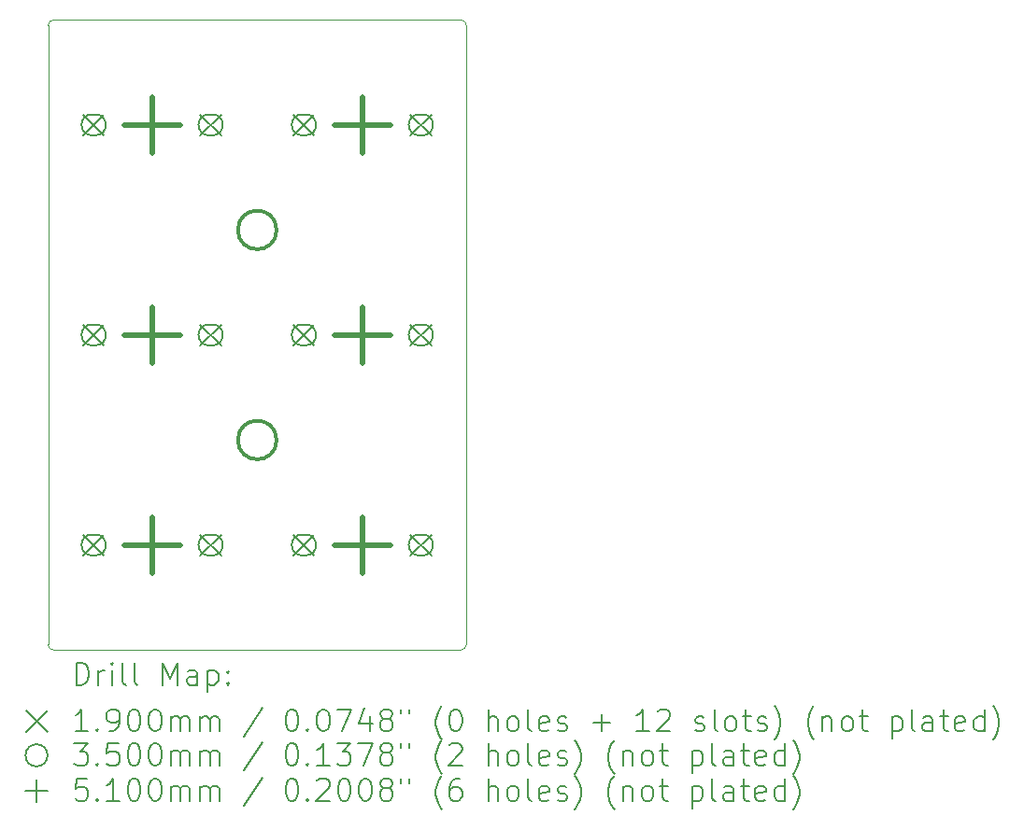
<source format=gbr>
%TF.GenerationSoftware,KiCad,Pcbnew,7.0.5*%
%TF.CreationDate,2023-08-14T09:43:19+08:00*%
%TF.ProjectId,RB,52422e6b-6963-4616-945f-706362585858,rev?*%
%TF.SameCoordinates,Original*%
%TF.FileFunction,Drillmap*%
%TF.FilePolarity,Positive*%
%FSLAX45Y45*%
G04 Gerber Fmt 4.5, Leading zero omitted, Abs format (unit mm)*
G04 Created by KiCad (PCBNEW 7.0.5) date 2023-08-14 09:43:19*
%MOMM*%
%LPD*%
G01*
G04 APERTURE LIST*
%ADD10C,0.100000*%
%ADD11C,0.200000*%
%ADD12C,0.190000*%
%ADD13C,0.350000*%
%ADD14C,0.510000*%
G04 APERTURE END LIST*
D10*
X15103500Y-10205500D02*
G75*
G03*
X15153500Y-10155500I0J50000D01*
G01*
X11413500Y-4490500D02*
G75*
G03*
X11363500Y-4540500I0J-50000D01*
G01*
X15153500Y-10155500D02*
X15153500Y-4540500D01*
X15103500Y-4490500D02*
X11413500Y-4490500D01*
X15153500Y-4540500D02*
G75*
G03*
X15103500Y-4490500I-50000J0D01*
G01*
X11363500Y-10155500D02*
G75*
G03*
X11413500Y-10205500I50000J0D01*
G01*
X15103500Y-10205500D02*
X11413500Y-10205500D01*
X11363500Y-4540500D02*
X11363500Y-10155500D01*
D11*
D12*
X11681000Y-5348000D02*
X11871000Y-5538000D01*
X11871000Y-5348000D02*
X11681000Y-5538000D01*
D11*
X11761000Y-5538000D02*
X11791000Y-5538000D01*
X11791000Y-5538000D02*
G75*
G03*
X11791000Y-5348000I0J95000D01*
G01*
X11791000Y-5348000D02*
X11761000Y-5348000D01*
X11761000Y-5348000D02*
G75*
G03*
X11761000Y-5538000I0J-95000D01*
G01*
D12*
X11681000Y-7253000D02*
X11871000Y-7443000D01*
X11871000Y-7253000D02*
X11681000Y-7443000D01*
D11*
X11761000Y-7443000D02*
X11791000Y-7443000D01*
X11791000Y-7443000D02*
G75*
G03*
X11791000Y-7253000I0J95000D01*
G01*
X11791000Y-7253000D02*
X11761000Y-7253000D01*
X11761000Y-7253000D02*
G75*
G03*
X11761000Y-7443000I0J-95000D01*
G01*
D12*
X11681000Y-9158000D02*
X11871000Y-9348000D01*
X11871000Y-9158000D02*
X11681000Y-9348000D01*
D11*
X11761000Y-9348000D02*
X11791000Y-9348000D01*
X11791000Y-9348000D02*
G75*
G03*
X11791000Y-9158000I0J95000D01*
G01*
X11791000Y-9158000D02*
X11761000Y-9158000D01*
X11761000Y-9158000D02*
G75*
G03*
X11761000Y-9348000I0J-95000D01*
G01*
D12*
X12741000Y-5348000D02*
X12931000Y-5538000D01*
X12931000Y-5348000D02*
X12741000Y-5538000D01*
D11*
X12821000Y-5538000D02*
X12851000Y-5538000D01*
X12851000Y-5538000D02*
G75*
G03*
X12851000Y-5348000I0J95000D01*
G01*
X12851000Y-5348000D02*
X12821000Y-5348000D01*
X12821000Y-5348000D02*
G75*
G03*
X12821000Y-5538000I0J-95000D01*
G01*
D12*
X12741000Y-7253000D02*
X12931000Y-7443000D01*
X12931000Y-7253000D02*
X12741000Y-7443000D01*
D11*
X12821000Y-7443000D02*
X12851000Y-7443000D01*
X12851000Y-7443000D02*
G75*
G03*
X12851000Y-7253000I0J95000D01*
G01*
X12851000Y-7253000D02*
X12821000Y-7253000D01*
X12821000Y-7253000D02*
G75*
G03*
X12821000Y-7443000I0J-95000D01*
G01*
D12*
X12741000Y-9158000D02*
X12931000Y-9348000D01*
X12931000Y-9158000D02*
X12741000Y-9348000D01*
D11*
X12821000Y-9348000D02*
X12851000Y-9348000D01*
X12851000Y-9348000D02*
G75*
G03*
X12851000Y-9158000I0J95000D01*
G01*
X12851000Y-9158000D02*
X12821000Y-9158000D01*
X12821000Y-9158000D02*
G75*
G03*
X12821000Y-9348000I0J-95000D01*
G01*
D12*
X13586000Y-5348000D02*
X13776000Y-5538000D01*
X13776000Y-5348000D02*
X13586000Y-5538000D01*
D11*
X13666000Y-5538000D02*
X13696000Y-5538000D01*
X13696000Y-5538000D02*
G75*
G03*
X13696000Y-5348000I0J95000D01*
G01*
X13696000Y-5348000D02*
X13666000Y-5348000D01*
X13666000Y-5348000D02*
G75*
G03*
X13666000Y-5538000I0J-95000D01*
G01*
D12*
X13586000Y-7253000D02*
X13776000Y-7443000D01*
X13776000Y-7253000D02*
X13586000Y-7443000D01*
D11*
X13666000Y-7443000D02*
X13696000Y-7443000D01*
X13696000Y-7443000D02*
G75*
G03*
X13696000Y-7253000I0J95000D01*
G01*
X13696000Y-7253000D02*
X13666000Y-7253000D01*
X13666000Y-7253000D02*
G75*
G03*
X13666000Y-7443000I0J-95000D01*
G01*
D12*
X13586000Y-9158000D02*
X13776000Y-9348000D01*
X13776000Y-9158000D02*
X13586000Y-9348000D01*
D11*
X13666000Y-9348000D02*
X13696000Y-9348000D01*
X13696000Y-9348000D02*
G75*
G03*
X13696000Y-9158000I0J95000D01*
G01*
X13696000Y-9158000D02*
X13666000Y-9158000D01*
X13666000Y-9158000D02*
G75*
G03*
X13666000Y-9348000I0J-95000D01*
G01*
D12*
X14646000Y-5348000D02*
X14836000Y-5538000D01*
X14836000Y-5348000D02*
X14646000Y-5538000D01*
D11*
X14726000Y-5538000D02*
X14756000Y-5538000D01*
X14756000Y-5538000D02*
G75*
G03*
X14756000Y-5348000I0J95000D01*
G01*
X14756000Y-5348000D02*
X14726000Y-5348000D01*
X14726000Y-5348000D02*
G75*
G03*
X14726000Y-5538000I0J-95000D01*
G01*
D12*
X14646000Y-7253000D02*
X14836000Y-7443000D01*
X14836000Y-7253000D02*
X14646000Y-7443000D01*
D11*
X14726000Y-7443000D02*
X14756000Y-7443000D01*
X14756000Y-7443000D02*
G75*
G03*
X14756000Y-7253000I0J95000D01*
G01*
X14756000Y-7253000D02*
X14726000Y-7253000D01*
X14726000Y-7253000D02*
G75*
G03*
X14726000Y-7443000I0J-95000D01*
G01*
D12*
X14646000Y-9158000D02*
X14836000Y-9348000D01*
X14836000Y-9158000D02*
X14646000Y-9348000D01*
D11*
X14726000Y-9348000D02*
X14756000Y-9348000D01*
X14756000Y-9348000D02*
G75*
G03*
X14756000Y-9158000I0J95000D01*
G01*
X14756000Y-9158000D02*
X14726000Y-9158000D01*
X14726000Y-9158000D02*
G75*
G03*
X14726000Y-9348000I0J-95000D01*
G01*
D13*
X13433500Y-6395500D02*
G75*
G03*
X13433500Y-6395500I-175000J0D01*
G01*
X13433500Y-8300500D02*
G75*
G03*
X13433500Y-8300500I-175000J0D01*
G01*
D14*
X12306000Y-5188000D02*
X12306000Y-5698000D01*
X12051000Y-5443000D02*
X12561000Y-5443000D01*
X12306000Y-7093000D02*
X12306000Y-7603000D01*
X12051000Y-7348000D02*
X12561000Y-7348000D01*
X12306000Y-8998000D02*
X12306000Y-9508000D01*
X12051000Y-9253000D02*
X12561000Y-9253000D01*
X14211000Y-5188000D02*
X14211000Y-5698000D01*
X13956000Y-5443000D02*
X14466000Y-5443000D01*
X14211000Y-7093000D02*
X14211000Y-7603000D01*
X13956000Y-7348000D02*
X14466000Y-7348000D01*
X14211000Y-8998000D02*
X14211000Y-9508000D01*
X13956000Y-9253000D02*
X14466000Y-9253000D01*
D11*
X11619277Y-10521984D02*
X11619277Y-10321984D01*
X11619277Y-10321984D02*
X11666896Y-10321984D01*
X11666896Y-10321984D02*
X11695467Y-10331508D01*
X11695467Y-10331508D02*
X11714515Y-10350555D01*
X11714515Y-10350555D02*
X11724039Y-10369603D01*
X11724039Y-10369603D02*
X11733562Y-10407698D01*
X11733562Y-10407698D02*
X11733562Y-10436270D01*
X11733562Y-10436270D02*
X11724039Y-10474365D01*
X11724039Y-10474365D02*
X11714515Y-10493412D01*
X11714515Y-10493412D02*
X11695467Y-10512460D01*
X11695467Y-10512460D02*
X11666896Y-10521984D01*
X11666896Y-10521984D02*
X11619277Y-10521984D01*
X11819277Y-10521984D02*
X11819277Y-10388650D01*
X11819277Y-10426746D02*
X11828801Y-10407698D01*
X11828801Y-10407698D02*
X11838324Y-10398174D01*
X11838324Y-10398174D02*
X11857372Y-10388650D01*
X11857372Y-10388650D02*
X11876420Y-10388650D01*
X11943086Y-10521984D02*
X11943086Y-10388650D01*
X11943086Y-10321984D02*
X11933562Y-10331508D01*
X11933562Y-10331508D02*
X11943086Y-10341031D01*
X11943086Y-10341031D02*
X11952610Y-10331508D01*
X11952610Y-10331508D02*
X11943086Y-10321984D01*
X11943086Y-10321984D02*
X11943086Y-10341031D01*
X12066896Y-10521984D02*
X12047848Y-10512460D01*
X12047848Y-10512460D02*
X12038324Y-10493412D01*
X12038324Y-10493412D02*
X12038324Y-10321984D01*
X12171658Y-10521984D02*
X12152610Y-10512460D01*
X12152610Y-10512460D02*
X12143086Y-10493412D01*
X12143086Y-10493412D02*
X12143086Y-10321984D01*
X12400229Y-10521984D02*
X12400229Y-10321984D01*
X12400229Y-10321984D02*
X12466896Y-10464841D01*
X12466896Y-10464841D02*
X12533562Y-10321984D01*
X12533562Y-10321984D02*
X12533562Y-10521984D01*
X12714515Y-10521984D02*
X12714515Y-10417222D01*
X12714515Y-10417222D02*
X12704991Y-10398174D01*
X12704991Y-10398174D02*
X12685943Y-10388650D01*
X12685943Y-10388650D02*
X12647848Y-10388650D01*
X12647848Y-10388650D02*
X12628801Y-10398174D01*
X12714515Y-10512460D02*
X12695467Y-10521984D01*
X12695467Y-10521984D02*
X12647848Y-10521984D01*
X12647848Y-10521984D02*
X12628801Y-10512460D01*
X12628801Y-10512460D02*
X12619277Y-10493412D01*
X12619277Y-10493412D02*
X12619277Y-10474365D01*
X12619277Y-10474365D02*
X12628801Y-10455317D01*
X12628801Y-10455317D02*
X12647848Y-10445793D01*
X12647848Y-10445793D02*
X12695467Y-10445793D01*
X12695467Y-10445793D02*
X12714515Y-10436270D01*
X12809753Y-10388650D02*
X12809753Y-10588650D01*
X12809753Y-10398174D02*
X12828801Y-10388650D01*
X12828801Y-10388650D02*
X12866896Y-10388650D01*
X12866896Y-10388650D02*
X12885943Y-10398174D01*
X12885943Y-10398174D02*
X12895467Y-10407698D01*
X12895467Y-10407698D02*
X12904991Y-10426746D01*
X12904991Y-10426746D02*
X12904991Y-10483889D01*
X12904991Y-10483889D02*
X12895467Y-10502936D01*
X12895467Y-10502936D02*
X12885943Y-10512460D01*
X12885943Y-10512460D02*
X12866896Y-10521984D01*
X12866896Y-10521984D02*
X12828801Y-10521984D01*
X12828801Y-10521984D02*
X12809753Y-10512460D01*
X12990705Y-10502936D02*
X13000229Y-10512460D01*
X13000229Y-10512460D02*
X12990705Y-10521984D01*
X12990705Y-10521984D02*
X12981182Y-10512460D01*
X12981182Y-10512460D02*
X12990705Y-10502936D01*
X12990705Y-10502936D02*
X12990705Y-10521984D01*
X12990705Y-10398174D02*
X13000229Y-10407698D01*
X13000229Y-10407698D02*
X12990705Y-10417222D01*
X12990705Y-10417222D02*
X12981182Y-10407698D01*
X12981182Y-10407698D02*
X12990705Y-10398174D01*
X12990705Y-10398174D02*
X12990705Y-10417222D01*
D12*
X11168500Y-10755500D02*
X11358500Y-10945500D01*
X11358500Y-10755500D02*
X11168500Y-10945500D01*
D11*
X11724039Y-10941984D02*
X11609753Y-10941984D01*
X11666896Y-10941984D02*
X11666896Y-10741984D01*
X11666896Y-10741984D02*
X11647848Y-10770555D01*
X11647848Y-10770555D02*
X11628801Y-10789603D01*
X11628801Y-10789603D02*
X11609753Y-10799127D01*
X11809753Y-10922936D02*
X11819277Y-10932460D01*
X11819277Y-10932460D02*
X11809753Y-10941984D01*
X11809753Y-10941984D02*
X11800229Y-10932460D01*
X11800229Y-10932460D02*
X11809753Y-10922936D01*
X11809753Y-10922936D02*
X11809753Y-10941984D01*
X11914515Y-10941984D02*
X11952610Y-10941984D01*
X11952610Y-10941984D02*
X11971658Y-10932460D01*
X11971658Y-10932460D02*
X11981182Y-10922936D01*
X11981182Y-10922936D02*
X12000229Y-10894365D01*
X12000229Y-10894365D02*
X12009753Y-10856270D01*
X12009753Y-10856270D02*
X12009753Y-10780079D01*
X12009753Y-10780079D02*
X12000229Y-10761031D01*
X12000229Y-10761031D02*
X11990705Y-10751508D01*
X11990705Y-10751508D02*
X11971658Y-10741984D01*
X11971658Y-10741984D02*
X11933562Y-10741984D01*
X11933562Y-10741984D02*
X11914515Y-10751508D01*
X11914515Y-10751508D02*
X11904991Y-10761031D01*
X11904991Y-10761031D02*
X11895467Y-10780079D01*
X11895467Y-10780079D02*
X11895467Y-10827698D01*
X11895467Y-10827698D02*
X11904991Y-10846746D01*
X11904991Y-10846746D02*
X11914515Y-10856270D01*
X11914515Y-10856270D02*
X11933562Y-10865793D01*
X11933562Y-10865793D02*
X11971658Y-10865793D01*
X11971658Y-10865793D02*
X11990705Y-10856270D01*
X11990705Y-10856270D02*
X12000229Y-10846746D01*
X12000229Y-10846746D02*
X12009753Y-10827698D01*
X12133562Y-10741984D02*
X12152610Y-10741984D01*
X12152610Y-10741984D02*
X12171658Y-10751508D01*
X12171658Y-10751508D02*
X12181182Y-10761031D01*
X12181182Y-10761031D02*
X12190705Y-10780079D01*
X12190705Y-10780079D02*
X12200229Y-10818174D01*
X12200229Y-10818174D02*
X12200229Y-10865793D01*
X12200229Y-10865793D02*
X12190705Y-10903889D01*
X12190705Y-10903889D02*
X12181182Y-10922936D01*
X12181182Y-10922936D02*
X12171658Y-10932460D01*
X12171658Y-10932460D02*
X12152610Y-10941984D01*
X12152610Y-10941984D02*
X12133562Y-10941984D01*
X12133562Y-10941984D02*
X12114515Y-10932460D01*
X12114515Y-10932460D02*
X12104991Y-10922936D01*
X12104991Y-10922936D02*
X12095467Y-10903889D01*
X12095467Y-10903889D02*
X12085943Y-10865793D01*
X12085943Y-10865793D02*
X12085943Y-10818174D01*
X12085943Y-10818174D02*
X12095467Y-10780079D01*
X12095467Y-10780079D02*
X12104991Y-10761031D01*
X12104991Y-10761031D02*
X12114515Y-10751508D01*
X12114515Y-10751508D02*
X12133562Y-10741984D01*
X12324039Y-10741984D02*
X12343086Y-10741984D01*
X12343086Y-10741984D02*
X12362134Y-10751508D01*
X12362134Y-10751508D02*
X12371658Y-10761031D01*
X12371658Y-10761031D02*
X12381182Y-10780079D01*
X12381182Y-10780079D02*
X12390705Y-10818174D01*
X12390705Y-10818174D02*
X12390705Y-10865793D01*
X12390705Y-10865793D02*
X12381182Y-10903889D01*
X12381182Y-10903889D02*
X12371658Y-10922936D01*
X12371658Y-10922936D02*
X12362134Y-10932460D01*
X12362134Y-10932460D02*
X12343086Y-10941984D01*
X12343086Y-10941984D02*
X12324039Y-10941984D01*
X12324039Y-10941984D02*
X12304991Y-10932460D01*
X12304991Y-10932460D02*
X12295467Y-10922936D01*
X12295467Y-10922936D02*
X12285943Y-10903889D01*
X12285943Y-10903889D02*
X12276420Y-10865793D01*
X12276420Y-10865793D02*
X12276420Y-10818174D01*
X12276420Y-10818174D02*
X12285943Y-10780079D01*
X12285943Y-10780079D02*
X12295467Y-10761031D01*
X12295467Y-10761031D02*
X12304991Y-10751508D01*
X12304991Y-10751508D02*
X12324039Y-10741984D01*
X12476420Y-10941984D02*
X12476420Y-10808650D01*
X12476420Y-10827698D02*
X12485943Y-10818174D01*
X12485943Y-10818174D02*
X12504991Y-10808650D01*
X12504991Y-10808650D02*
X12533563Y-10808650D01*
X12533563Y-10808650D02*
X12552610Y-10818174D01*
X12552610Y-10818174D02*
X12562134Y-10837222D01*
X12562134Y-10837222D02*
X12562134Y-10941984D01*
X12562134Y-10837222D02*
X12571658Y-10818174D01*
X12571658Y-10818174D02*
X12590705Y-10808650D01*
X12590705Y-10808650D02*
X12619277Y-10808650D01*
X12619277Y-10808650D02*
X12638324Y-10818174D01*
X12638324Y-10818174D02*
X12647848Y-10837222D01*
X12647848Y-10837222D02*
X12647848Y-10941984D01*
X12743086Y-10941984D02*
X12743086Y-10808650D01*
X12743086Y-10827698D02*
X12752610Y-10818174D01*
X12752610Y-10818174D02*
X12771658Y-10808650D01*
X12771658Y-10808650D02*
X12800229Y-10808650D01*
X12800229Y-10808650D02*
X12819277Y-10818174D01*
X12819277Y-10818174D02*
X12828801Y-10837222D01*
X12828801Y-10837222D02*
X12828801Y-10941984D01*
X12828801Y-10837222D02*
X12838324Y-10818174D01*
X12838324Y-10818174D02*
X12857372Y-10808650D01*
X12857372Y-10808650D02*
X12885943Y-10808650D01*
X12885943Y-10808650D02*
X12904991Y-10818174D01*
X12904991Y-10818174D02*
X12914515Y-10837222D01*
X12914515Y-10837222D02*
X12914515Y-10941984D01*
X13304991Y-10732460D02*
X13133563Y-10989603D01*
X13562134Y-10741984D02*
X13581182Y-10741984D01*
X13581182Y-10741984D02*
X13600229Y-10751508D01*
X13600229Y-10751508D02*
X13609753Y-10761031D01*
X13609753Y-10761031D02*
X13619277Y-10780079D01*
X13619277Y-10780079D02*
X13628801Y-10818174D01*
X13628801Y-10818174D02*
X13628801Y-10865793D01*
X13628801Y-10865793D02*
X13619277Y-10903889D01*
X13619277Y-10903889D02*
X13609753Y-10922936D01*
X13609753Y-10922936D02*
X13600229Y-10932460D01*
X13600229Y-10932460D02*
X13581182Y-10941984D01*
X13581182Y-10941984D02*
X13562134Y-10941984D01*
X13562134Y-10941984D02*
X13543086Y-10932460D01*
X13543086Y-10932460D02*
X13533563Y-10922936D01*
X13533563Y-10922936D02*
X13524039Y-10903889D01*
X13524039Y-10903889D02*
X13514515Y-10865793D01*
X13514515Y-10865793D02*
X13514515Y-10818174D01*
X13514515Y-10818174D02*
X13524039Y-10780079D01*
X13524039Y-10780079D02*
X13533563Y-10761031D01*
X13533563Y-10761031D02*
X13543086Y-10751508D01*
X13543086Y-10751508D02*
X13562134Y-10741984D01*
X13714515Y-10922936D02*
X13724039Y-10932460D01*
X13724039Y-10932460D02*
X13714515Y-10941984D01*
X13714515Y-10941984D02*
X13704991Y-10932460D01*
X13704991Y-10932460D02*
X13714515Y-10922936D01*
X13714515Y-10922936D02*
X13714515Y-10941984D01*
X13847848Y-10741984D02*
X13866896Y-10741984D01*
X13866896Y-10741984D02*
X13885944Y-10751508D01*
X13885944Y-10751508D02*
X13895467Y-10761031D01*
X13895467Y-10761031D02*
X13904991Y-10780079D01*
X13904991Y-10780079D02*
X13914515Y-10818174D01*
X13914515Y-10818174D02*
X13914515Y-10865793D01*
X13914515Y-10865793D02*
X13904991Y-10903889D01*
X13904991Y-10903889D02*
X13895467Y-10922936D01*
X13895467Y-10922936D02*
X13885944Y-10932460D01*
X13885944Y-10932460D02*
X13866896Y-10941984D01*
X13866896Y-10941984D02*
X13847848Y-10941984D01*
X13847848Y-10941984D02*
X13828801Y-10932460D01*
X13828801Y-10932460D02*
X13819277Y-10922936D01*
X13819277Y-10922936D02*
X13809753Y-10903889D01*
X13809753Y-10903889D02*
X13800229Y-10865793D01*
X13800229Y-10865793D02*
X13800229Y-10818174D01*
X13800229Y-10818174D02*
X13809753Y-10780079D01*
X13809753Y-10780079D02*
X13819277Y-10761031D01*
X13819277Y-10761031D02*
X13828801Y-10751508D01*
X13828801Y-10751508D02*
X13847848Y-10741984D01*
X13981182Y-10741984D02*
X14114515Y-10741984D01*
X14114515Y-10741984D02*
X14028801Y-10941984D01*
X14276420Y-10808650D02*
X14276420Y-10941984D01*
X14228801Y-10732460D02*
X14181182Y-10875317D01*
X14181182Y-10875317D02*
X14304991Y-10875317D01*
X14409753Y-10827698D02*
X14390706Y-10818174D01*
X14390706Y-10818174D02*
X14381182Y-10808650D01*
X14381182Y-10808650D02*
X14371658Y-10789603D01*
X14371658Y-10789603D02*
X14371658Y-10780079D01*
X14371658Y-10780079D02*
X14381182Y-10761031D01*
X14381182Y-10761031D02*
X14390706Y-10751508D01*
X14390706Y-10751508D02*
X14409753Y-10741984D01*
X14409753Y-10741984D02*
X14447848Y-10741984D01*
X14447848Y-10741984D02*
X14466896Y-10751508D01*
X14466896Y-10751508D02*
X14476420Y-10761031D01*
X14476420Y-10761031D02*
X14485944Y-10780079D01*
X14485944Y-10780079D02*
X14485944Y-10789603D01*
X14485944Y-10789603D02*
X14476420Y-10808650D01*
X14476420Y-10808650D02*
X14466896Y-10818174D01*
X14466896Y-10818174D02*
X14447848Y-10827698D01*
X14447848Y-10827698D02*
X14409753Y-10827698D01*
X14409753Y-10827698D02*
X14390706Y-10837222D01*
X14390706Y-10837222D02*
X14381182Y-10846746D01*
X14381182Y-10846746D02*
X14371658Y-10865793D01*
X14371658Y-10865793D02*
X14371658Y-10903889D01*
X14371658Y-10903889D02*
X14381182Y-10922936D01*
X14381182Y-10922936D02*
X14390706Y-10932460D01*
X14390706Y-10932460D02*
X14409753Y-10941984D01*
X14409753Y-10941984D02*
X14447848Y-10941984D01*
X14447848Y-10941984D02*
X14466896Y-10932460D01*
X14466896Y-10932460D02*
X14476420Y-10922936D01*
X14476420Y-10922936D02*
X14485944Y-10903889D01*
X14485944Y-10903889D02*
X14485944Y-10865793D01*
X14485944Y-10865793D02*
X14476420Y-10846746D01*
X14476420Y-10846746D02*
X14466896Y-10837222D01*
X14466896Y-10837222D02*
X14447848Y-10827698D01*
X14562134Y-10741984D02*
X14562134Y-10780079D01*
X14638325Y-10741984D02*
X14638325Y-10780079D01*
X14933563Y-11018174D02*
X14924039Y-11008650D01*
X14924039Y-11008650D02*
X14904991Y-10980079D01*
X14904991Y-10980079D02*
X14895468Y-10961031D01*
X14895468Y-10961031D02*
X14885944Y-10932460D01*
X14885944Y-10932460D02*
X14876420Y-10884841D01*
X14876420Y-10884841D02*
X14876420Y-10846746D01*
X14876420Y-10846746D02*
X14885944Y-10799127D01*
X14885944Y-10799127D02*
X14895468Y-10770555D01*
X14895468Y-10770555D02*
X14904991Y-10751508D01*
X14904991Y-10751508D02*
X14924039Y-10722936D01*
X14924039Y-10722936D02*
X14933563Y-10713412D01*
X15047848Y-10741984D02*
X15066896Y-10741984D01*
X15066896Y-10741984D02*
X15085944Y-10751508D01*
X15085944Y-10751508D02*
X15095468Y-10761031D01*
X15095468Y-10761031D02*
X15104991Y-10780079D01*
X15104991Y-10780079D02*
X15114515Y-10818174D01*
X15114515Y-10818174D02*
X15114515Y-10865793D01*
X15114515Y-10865793D02*
X15104991Y-10903889D01*
X15104991Y-10903889D02*
X15095468Y-10922936D01*
X15095468Y-10922936D02*
X15085944Y-10932460D01*
X15085944Y-10932460D02*
X15066896Y-10941984D01*
X15066896Y-10941984D02*
X15047848Y-10941984D01*
X15047848Y-10941984D02*
X15028801Y-10932460D01*
X15028801Y-10932460D02*
X15019277Y-10922936D01*
X15019277Y-10922936D02*
X15009753Y-10903889D01*
X15009753Y-10903889D02*
X15000229Y-10865793D01*
X15000229Y-10865793D02*
X15000229Y-10818174D01*
X15000229Y-10818174D02*
X15009753Y-10780079D01*
X15009753Y-10780079D02*
X15019277Y-10761031D01*
X15019277Y-10761031D02*
X15028801Y-10751508D01*
X15028801Y-10751508D02*
X15047848Y-10741984D01*
X15352610Y-10941984D02*
X15352610Y-10741984D01*
X15438325Y-10941984D02*
X15438325Y-10837222D01*
X15438325Y-10837222D02*
X15428801Y-10818174D01*
X15428801Y-10818174D02*
X15409753Y-10808650D01*
X15409753Y-10808650D02*
X15381182Y-10808650D01*
X15381182Y-10808650D02*
X15362134Y-10818174D01*
X15362134Y-10818174D02*
X15352610Y-10827698D01*
X15562134Y-10941984D02*
X15543087Y-10932460D01*
X15543087Y-10932460D02*
X15533563Y-10922936D01*
X15533563Y-10922936D02*
X15524039Y-10903889D01*
X15524039Y-10903889D02*
X15524039Y-10846746D01*
X15524039Y-10846746D02*
X15533563Y-10827698D01*
X15533563Y-10827698D02*
X15543087Y-10818174D01*
X15543087Y-10818174D02*
X15562134Y-10808650D01*
X15562134Y-10808650D02*
X15590706Y-10808650D01*
X15590706Y-10808650D02*
X15609753Y-10818174D01*
X15609753Y-10818174D02*
X15619277Y-10827698D01*
X15619277Y-10827698D02*
X15628801Y-10846746D01*
X15628801Y-10846746D02*
X15628801Y-10903889D01*
X15628801Y-10903889D02*
X15619277Y-10922936D01*
X15619277Y-10922936D02*
X15609753Y-10932460D01*
X15609753Y-10932460D02*
X15590706Y-10941984D01*
X15590706Y-10941984D02*
X15562134Y-10941984D01*
X15743087Y-10941984D02*
X15724039Y-10932460D01*
X15724039Y-10932460D02*
X15714515Y-10913412D01*
X15714515Y-10913412D02*
X15714515Y-10741984D01*
X15895468Y-10932460D02*
X15876420Y-10941984D01*
X15876420Y-10941984D02*
X15838325Y-10941984D01*
X15838325Y-10941984D02*
X15819277Y-10932460D01*
X15819277Y-10932460D02*
X15809753Y-10913412D01*
X15809753Y-10913412D02*
X15809753Y-10837222D01*
X15809753Y-10837222D02*
X15819277Y-10818174D01*
X15819277Y-10818174D02*
X15838325Y-10808650D01*
X15838325Y-10808650D02*
X15876420Y-10808650D01*
X15876420Y-10808650D02*
X15895468Y-10818174D01*
X15895468Y-10818174D02*
X15904991Y-10837222D01*
X15904991Y-10837222D02*
X15904991Y-10856270D01*
X15904991Y-10856270D02*
X15809753Y-10875317D01*
X15981182Y-10932460D02*
X16000230Y-10941984D01*
X16000230Y-10941984D02*
X16038325Y-10941984D01*
X16038325Y-10941984D02*
X16057372Y-10932460D01*
X16057372Y-10932460D02*
X16066896Y-10913412D01*
X16066896Y-10913412D02*
X16066896Y-10903889D01*
X16066896Y-10903889D02*
X16057372Y-10884841D01*
X16057372Y-10884841D02*
X16038325Y-10875317D01*
X16038325Y-10875317D02*
X16009753Y-10875317D01*
X16009753Y-10875317D02*
X15990706Y-10865793D01*
X15990706Y-10865793D02*
X15981182Y-10846746D01*
X15981182Y-10846746D02*
X15981182Y-10837222D01*
X15981182Y-10837222D02*
X15990706Y-10818174D01*
X15990706Y-10818174D02*
X16009753Y-10808650D01*
X16009753Y-10808650D02*
X16038325Y-10808650D01*
X16038325Y-10808650D02*
X16057372Y-10818174D01*
X16304992Y-10865793D02*
X16457373Y-10865793D01*
X16381182Y-10941984D02*
X16381182Y-10789603D01*
X16809754Y-10941984D02*
X16695468Y-10941984D01*
X16752611Y-10941984D02*
X16752611Y-10741984D01*
X16752611Y-10741984D02*
X16733563Y-10770555D01*
X16733563Y-10770555D02*
X16714515Y-10789603D01*
X16714515Y-10789603D02*
X16695468Y-10799127D01*
X16885944Y-10761031D02*
X16895468Y-10751508D01*
X16895468Y-10751508D02*
X16914515Y-10741984D01*
X16914515Y-10741984D02*
X16962135Y-10741984D01*
X16962135Y-10741984D02*
X16981182Y-10751508D01*
X16981182Y-10751508D02*
X16990706Y-10761031D01*
X16990706Y-10761031D02*
X17000230Y-10780079D01*
X17000230Y-10780079D02*
X17000230Y-10799127D01*
X17000230Y-10799127D02*
X16990706Y-10827698D01*
X16990706Y-10827698D02*
X16876420Y-10941984D01*
X16876420Y-10941984D02*
X17000230Y-10941984D01*
X17228801Y-10932460D02*
X17247849Y-10941984D01*
X17247849Y-10941984D02*
X17285944Y-10941984D01*
X17285944Y-10941984D02*
X17304992Y-10932460D01*
X17304992Y-10932460D02*
X17314516Y-10913412D01*
X17314516Y-10913412D02*
X17314516Y-10903889D01*
X17314516Y-10903889D02*
X17304992Y-10884841D01*
X17304992Y-10884841D02*
X17285944Y-10875317D01*
X17285944Y-10875317D02*
X17257373Y-10875317D01*
X17257373Y-10875317D02*
X17238325Y-10865793D01*
X17238325Y-10865793D02*
X17228801Y-10846746D01*
X17228801Y-10846746D02*
X17228801Y-10837222D01*
X17228801Y-10837222D02*
X17238325Y-10818174D01*
X17238325Y-10818174D02*
X17257373Y-10808650D01*
X17257373Y-10808650D02*
X17285944Y-10808650D01*
X17285944Y-10808650D02*
X17304992Y-10818174D01*
X17428801Y-10941984D02*
X17409754Y-10932460D01*
X17409754Y-10932460D02*
X17400230Y-10913412D01*
X17400230Y-10913412D02*
X17400230Y-10741984D01*
X17533563Y-10941984D02*
X17514516Y-10932460D01*
X17514516Y-10932460D02*
X17504992Y-10922936D01*
X17504992Y-10922936D02*
X17495468Y-10903889D01*
X17495468Y-10903889D02*
X17495468Y-10846746D01*
X17495468Y-10846746D02*
X17504992Y-10827698D01*
X17504992Y-10827698D02*
X17514516Y-10818174D01*
X17514516Y-10818174D02*
X17533563Y-10808650D01*
X17533563Y-10808650D02*
X17562135Y-10808650D01*
X17562135Y-10808650D02*
X17581182Y-10818174D01*
X17581182Y-10818174D02*
X17590706Y-10827698D01*
X17590706Y-10827698D02*
X17600230Y-10846746D01*
X17600230Y-10846746D02*
X17600230Y-10903889D01*
X17600230Y-10903889D02*
X17590706Y-10922936D01*
X17590706Y-10922936D02*
X17581182Y-10932460D01*
X17581182Y-10932460D02*
X17562135Y-10941984D01*
X17562135Y-10941984D02*
X17533563Y-10941984D01*
X17657373Y-10808650D02*
X17733563Y-10808650D01*
X17685944Y-10741984D02*
X17685944Y-10913412D01*
X17685944Y-10913412D02*
X17695468Y-10932460D01*
X17695468Y-10932460D02*
X17714516Y-10941984D01*
X17714516Y-10941984D02*
X17733563Y-10941984D01*
X17790706Y-10932460D02*
X17809754Y-10941984D01*
X17809754Y-10941984D02*
X17847849Y-10941984D01*
X17847849Y-10941984D02*
X17866897Y-10932460D01*
X17866897Y-10932460D02*
X17876420Y-10913412D01*
X17876420Y-10913412D02*
X17876420Y-10903889D01*
X17876420Y-10903889D02*
X17866897Y-10884841D01*
X17866897Y-10884841D02*
X17847849Y-10875317D01*
X17847849Y-10875317D02*
X17819277Y-10875317D01*
X17819277Y-10875317D02*
X17800230Y-10865793D01*
X17800230Y-10865793D02*
X17790706Y-10846746D01*
X17790706Y-10846746D02*
X17790706Y-10837222D01*
X17790706Y-10837222D02*
X17800230Y-10818174D01*
X17800230Y-10818174D02*
X17819277Y-10808650D01*
X17819277Y-10808650D02*
X17847849Y-10808650D01*
X17847849Y-10808650D02*
X17866897Y-10818174D01*
X17943087Y-11018174D02*
X17952611Y-11008650D01*
X17952611Y-11008650D02*
X17971658Y-10980079D01*
X17971658Y-10980079D02*
X17981182Y-10961031D01*
X17981182Y-10961031D02*
X17990706Y-10932460D01*
X17990706Y-10932460D02*
X18000230Y-10884841D01*
X18000230Y-10884841D02*
X18000230Y-10846746D01*
X18000230Y-10846746D02*
X17990706Y-10799127D01*
X17990706Y-10799127D02*
X17981182Y-10770555D01*
X17981182Y-10770555D02*
X17971658Y-10751508D01*
X17971658Y-10751508D02*
X17952611Y-10722936D01*
X17952611Y-10722936D02*
X17943087Y-10713412D01*
X18304992Y-11018174D02*
X18295468Y-11008650D01*
X18295468Y-11008650D02*
X18276420Y-10980079D01*
X18276420Y-10980079D02*
X18266897Y-10961031D01*
X18266897Y-10961031D02*
X18257373Y-10932460D01*
X18257373Y-10932460D02*
X18247849Y-10884841D01*
X18247849Y-10884841D02*
X18247849Y-10846746D01*
X18247849Y-10846746D02*
X18257373Y-10799127D01*
X18257373Y-10799127D02*
X18266897Y-10770555D01*
X18266897Y-10770555D02*
X18276420Y-10751508D01*
X18276420Y-10751508D02*
X18295468Y-10722936D01*
X18295468Y-10722936D02*
X18304992Y-10713412D01*
X18381182Y-10808650D02*
X18381182Y-10941984D01*
X18381182Y-10827698D02*
X18390706Y-10818174D01*
X18390706Y-10818174D02*
X18409754Y-10808650D01*
X18409754Y-10808650D02*
X18438325Y-10808650D01*
X18438325Y-10808650D02*
X18457373Y-10818174D01*
X18457373Y-10818174D02*
X18466897Y-10837222D01*
X18466897Y-10837222D02*
X18466897Y-10941984D01*
X18590706Y-10941984D02*
X18571658Y-10932460D01*
X18571658Y-10932460D02*
X18562135Y-10922936D01*
X18562135Y-10922936D02*
X18552611Y-10903889D01*
X18552611Y-10903889D02*
X18552611Y-10846746D01*
X18552611Y-10846746D02*
X18562135Y-10827698D01*
X18562135Y-10827698D02*
X18571658Y-10818174D01*
X18571658Y-10818174D02*
X18590706Y-10808650D01*
X18590706Y-10808650D02*
X18619278Y-10808650D01*
X18619278Y-10808650D02*
X18638325Y-10818174D01*
X18638325Y-10818174D02*
X18647849Y-10827698D01*
X18647849Y-10827698D02*
X18657373Y-10846746D01*
X18657373Y-10846746D02*
X18657373Y-10903889D01*
X18657373Y-10903889D02*
X18647849Y-10922936D01*
X18647849Y-10922936D02*
X18638325Y-10932460D01*
X18638325Y-10932460D02*
X18619278Y-10941984D01*
X18619278Y-10941984D02*
X18590706Y-10941984D01*
X18714516Y-10808650D02*
X18790706Y-10808650D01*
X18743087Y-10741984D02*
X18743087Y-10913412D01*
X18743087Y-10913412D02*
X18752611Y-10932460D01*
X18752611Y-10932460D02*
X18771658Y-10941984D01*
X18771658Y-10941984D02*
X18790706Y-10941984D01*
X19009754Y-10808650D02*
X19009754Y-11008650D01*
X19009754Y-10818174D02*
X19028801Y-10808650D01*
X19028801Y-10808650D02*
X19066897Y-10808650D01*
X19066897Y-10808650D02*
X19085944Y-10818174D01*
X19085944Y-10818174D02*
X19095468Y-10827698D01*
X19095468Y-10827698D02*
X19104992Y-10846746D01*
X19104992Y-10846746D02*
X19104992Y-10903889D01*
X19104992Y-10903889D02*
X19095468Y-10922936D01*
X19095468Y-10922936D02*
X19085944Y-10932460D01*
X19085944Y-10932460D02*
X19066897Y-10941984D01*
X19066897Y-10941984D02*
X19028801Y-10941984D01*
X19028801Y-10941984D02*
X19009754Y-10932460D01*
X19219278Y-10941984D02*
X19200230Y-10932460D01*
X19200230Y-10932460D02*
X19190706Y-10913412D01*
X19190706Y-10913412D02*
X19190706Y-10741984D01*
X19381182Y-10941984D02*
X19381182Y-10837222D01*
X19381182Y-10837222D02*
X19371659Y-10818174D01*
X19371659Y-10818174D02*
X19352611Y-10808650D01*
X19352611Y-10808650D02*
X19314516Y-10808650D01*
X19314516Y-10808650D02*
X19295468Y-10818174D01*
X19381182Y-10932460D02*
X19362135Y-10941984D01*
X19362135Y-10941984D02*
X19314516Y-10941984D01*
X19314516Y-10941984D02*
X19295468Y-10932460D01*
X19295468Y-10932460D02*
X19285944Y-10913412D01*
X19285944Y-10913412D02*
X19285944Y-10894365D01*
X19285944Y-10894365D02*
X19295468Y-10875317D01*
X19295468Y-10875317D02*
X19314516Y-10865793D01*
X19314516Y-10865793D02*
X19362135Y-10865793D01*
X19362135Y-10865793D02*
X19381182Y-10856270D01*
X19447849Y-10808650D02*
X19524039Y-10808650D01*
X19476420Y-10741984D02*
X19476420Y-10913412D01*
X19476420Y-10913412D02*
X19485944Y-10932460D01*
X19485944Y-10932460D02*
X19504992Y-10941984D01*
X19504992Y-10941984D02*
X19524039Y-10941984D01*
X19666897Y-10932460D02*
X19647849Y-10941984D01*
X19647849Y-10941984D02*
X19609754Y-10941984D01*
X19609754Y-10941984D02*
X19590706Y-10932460D01*
X19590706Y-10932460D02*
X19581182Y-10913412D01*
X19581182Y-10913412D02*
X19581182Y-10837222D01*
X19581182Y-10837222D02*
X19590706Y-10818174D01*
X19590706Y-10818174D02*
X19609754Y-10808650D01*
X19609754Y-10808650D02*
X19647849Y-10808650D01*
X19647849Y-10808650D02*
X19666897Y-10818174D01*
X19666897Y-10818174D02*
X19676420Y-10837222D01*
X19676420Y-10837222D02*
X19676420Y-10856270D01*
X19676420Y-10856270D02*
X19581182Y-10875317D01*
X19847849Y-10941984D02*
X19847849Y-10741984D01*
X19847849Y-10932460D02*
X19828801Y-10941984D01*
X19828801Y-10941984D02*
X19790706Y-10941984D01*
X19790706Y-10941984D02*
X19771659Y-10932460D01*
X19771659Y-10932460D02*
X19762135Y-10922936D01*
X19762135Y-10922936D02*
X19752611Y-10903889D01*
X19752611Y-10903889D02*
X19752611Y-10846746D01*
X19752611Y-10846746D02*
X19762135Y-10827698D01*
X19762135Y-10827698D02*
X19771659Y-10818174D01*
X19771659Y-10818174D02*
X19790706Y-10808650D01*
X19790706Y-10808650D02*
X19828801Y-10808650D01*
X19828801Y-10808650D02*
X19847849Y-10818174D01*
X19924040Y-11018174D02*
X19933563Y-11008650D01*
X19933563Y-11008650D02*
X19952611Y-10980079D01*
X19952611Y-10980079D02*
X19962135Y-10961031D01*
X19962135Y-10961031D02*
X19971659Y-10932460D01*
X19971659Y-10932460D02*
X19981182Y-10884841D01*
X19981182Y-10884841D02*
X19981182Y-10846746D01*
X19981182Y-10846746D02*
X19971659Y-10799127D01*
X19971659Y-10799127D02*
X19962135Y-10770555D01*
X19962135Y-10770555D02*
X19952611Y-10751508D01*
X19952611Y-10751508D02*
X19933563Y-10722936D01*
X19933563Y-10722936D02*
X19924040Y-10713412D01*
X11358500Y-11160500D02*
G75*
G03*
X11358500Y-11160500I-100000J0D01*
G01*
X11600229Y-11051984D02*
X11724039Y-11051984D01*
X11724039Y-11051984D02*
X11657372Y-11128174D01*
X11657372Y-11128174D02*
X11685943Y-11128174D01*
X11685943Y-11128174D02*
X11704991Y-11137698D01*
X11704991Y-11137698D02*
X11714515Y-11147222D01*
X11714515Y-11147222D02*
X11724039Y-11166270D01*
X11724039Y-11166270D02*
X11724039Y-11213888D01*
X11724039Y-11213888D02*
X11714515Y-11232936D01*
X11714515Y-11232936D02*
X11704991Y-11242460D01*
X11704991Y-11242460D02*
X11685943Y-11251984D01*
X11685943Y-11251984D02*
X11628801Y-11251984D01*
X11628801Y-11251984D02*
X11609753Y-11242460D01*
X11609753Y-11242460D02*
X11600229Y-11232936D01*
X11809753Y-11232936D02*
X11819277Y-11242460D01*
X11819277Y-11242460D02*
X11809753Y-11251984D01*
X11809753Y-11251984D02*
X11800229Y-11242460D01*
X11800229Y-11242460D02*
X11809753Y-11232936D01*
X11809753Y-11232936D02*
X11809753Y-11251984D01*
X12000229Y-11051984D02*
X11904991Y-11051984D01*
X11904991Y-11051984D02*
X11895467Y-11147222D01*
X11895467Y-11147222D02*
X11904991Y-11137698D01*
X11904991Y-11137698D02*
X11924039Y-11128174D01*
X11924039Y-11128174D02*
X11971658Y-11128174D01*
X11971658Y-11128174D02*
X11990705Y-11137698D01*
X11990705Y-11137698D02*
X12000229Y-11147222D01*
X12000229Y-11147222D02*
X12009753Y-11166270D01*
X12009753Y-11166270D02*
X12009753Y-11213888D01*
X12009753Y-11213888D02*
X12000229Y-11232936D01*
X12000229Y-11232936D02*
X11990705Y-11242460D01*
X11990705Y-11242460D02*
X11971658Y-11251984D01*
X11971658Y-11251984D02*
X11924039Y-11251984D01*
X11924039Y-11251984D02*
X11904991Y-11242460D01*
X11904991Y-11242460D02*
X11895467Y-11232936D01*
X12133562Y-11051984D02*
X12152610Y-11051984D01*
X12152610Y-11051984D02*
X12171658Y-11061508D01*
X12171658Y-11061508D02*
X12181182Y-11071031D01*
X12181182Y-11071031D02*
X12190705Y-11090079D01*
X12190705Y-11090079D02*
X12200229Y-11128174D01*
X12200229Y-11128174D02*
X12200229Y-11175793D01*
X12200229Y-11175793D02*
X12190705Y-11213888D01*
X12190705Y-11213888D02*
X12181182Y-11232936D01*
X12181182Y-11232936D02*
X12171658Y-11242460D01*
X12171658Y-11242460D02*
X12152610Y-11251984D01*
X12152610Y-11251984D02*
X12133562Y-11251984D01*
X12133562Y-11251984D02*
X12114515Y-11242460D01*
X12114515Y-11242460D02*
X12104991Y-11232936D01*
X12104991Y-11232936D02*
X12095467Y-11213888D01*
X12095467Y-11213888D02*
X12085943Y-11175793D01*
X12085943Y-11175793D02*
X12085943Y-11128174D01*
X12085943Y-11128174D02*
X12095467Y-11090079D01*
X12095467Y-11090079D02*
X12104991Y-11071031D01*
X12104991Y-11071031D02*
X12114515Y-11061508D01*
X12114515Y-11061508D02*
X12133562Y-11051984D01*
X12324039Y-11051984D02*
X12343086Y-11051984D01*
X12343086Y-11051984D02*
X12362134Y-11061508D01*
X12362134Y-11061508D02*
X12371658Y-11071031D01*
X12371658Y-11071031D02*
X12381182Y-11090079D01*
X12381182Y-11090079D02*
X12390705Y-11128174D01*
X12390705Y-11128174D02*
X12390705Y-11175793D01*
X12390705Y-11175793D02*
X12381182Y-11213888D01*
X12381182Y-11213888D02*
X12371658Y-11232936D01*
X12371658Y-11232936D02*
X12362134Y-11242460D01*
X12362134Y-11242460D02*
X12343086Y-11251984D01*
X12343086Y-11251984D02*
X12324039Y-11251984D01*
X12324039Y-11251984D02*
X12304991Y-11242460D01*
X12304991Y-11242460D02*
X12295467Y-11232936D01*
X12295467Y-11232936D02*
X12285943Y-11213888D01*
X12285943Y-11213888D02*
X12276420Y-11175793D01*
X12276420Y-11175793D02*
X12276420Y-11128174D01*
X12276420Y-11128174D02*
X12285943Y-11090079D01*
X12285943Y-11090079D02*
X12295467Y-11071031D01*
X12295467Y-11071031D02*
X12304991Y-11061508D01*
X12304991Y-11061508D02*
X12324039Y-11051984D01*
X12476420Y-11251984D02*
X12476420Y-11118650D01*
X12476420Y-11137698D02*
X12485943Y-11128174D01*
X12485943Y-11128174D02*
X12504991Y-11118650D01*
X12504991Y-11118650D02*
X12533563Y-11118650D01*
X12533563Y-11118650D02*
X12552610Y-11128174D01*
X12552610Y-11128174D02*
X12562134Y-11147222D01*
X12562134Y-11147222D02*
X12562134Y-11251984D01*
X12562134Y-11147222D02*
X12571658Y-11128174D01*
X12571658Y-11128174D02*
X12590705Y-11118650D01*
X12590705Y-11118650D02*
X12619277Y-11118650D01*
X12619277Y-11118650D02*
X12638324Y-11128174D01*
X12638324Y-11128174D02*
X12647848Y-11147222D01*
X12647848Y-11147222D02*
X12647848Y-11251984D01*
X12743086Y-11251984D02*
X12743086Y-11118650D01*
X12743086Y-11137698D02*
X12752610Y-11128174D01*
X12752610Y-11128174D02*
X12771658Y-11118650D01*
X12771658Y-11118650D02*
X12800229Y-11118650D01*
X12800229Y-11118650D02*
X12819277Y-11128174D01*
X12819277Y-11128174D02*
X12828801Y-11147222D01*
X12828801Y-11147222D02*
X12828801Y-11251984D01*
X12828801Y-11147222D02*
X12838324Y-11128174D01*
X12838324Y-11128174D02*
X12857372Y-11118650D01*
X12857372Y-11118650D02*
X12885943Y-11118650D01*
X12885943Y-11118650D02*
X12904991Y-11128174D01*
X12904991Y-11128174D02*
X12914515Y-11147222D01*
X12914515Y-11147222D02*
X12914515Y-11251984D01*
X13304991Y-11042460D02*
X13133563Y-11299603D01*
X13562134Y-11051984D02*
X13581182Y-11051984D01*
X13581182Y-11051984D02*
X13600229Y-11061508D01*
X13600229Y-11061508D02*
X13609753Y-11071031D01*
X13609753Y-11071031D02*
X13619277Y-11090079D01*
X13619277Y-11090079D02*
X13628801Y-11128174D01*
X13628801Y-11128174D02*
X13628801Y-11175793D01*
X13628801Y-11175793D02*
X13619277Y-11213888D01*
X13619277Y-11213888D02*
X13609753Y-11232936D01*
X13609753Y-11232936D02*
X13600229Y-11242460D01*
X13600229Y-11242460D02*
X13581182Y-11251984D01*
X13581182Y-11251984D02*
X13562134Y-11251984D01*
X13562134Y-11251984D02*
X13543086Y-11242460D01*
X13543086Y-11242460D02*
X13533563Y-11232936D01*
X13533563Y-11232936D02*
X13524039Y-11213888D01*
X13524039Y-11213888D02*
X13514515Y-11175793D01*
X13514515Y-11175793D02*
X13514515Y-11128174D01*
X13514515Y-11128174D02*
X13524039Y-11090079D01*
X13524039Y-11090079D02*
X13533563Y-11071031D01*
X13533563Y-11071031D02*
X13543086Y-11061508D01*
X13543086Y-11061508D02*
X13562134Y-11051984D01*
X13714515Y-11232936D02*
X13724039Y-11242460D01*
X13724039Y-11242460D02*
X13714515Y-11251984D01*
X13714515Y-11251984D02*
X13704991Y-11242460D01*
X13704991Y-11242460D02*
X13714515Y-11232936D01*
X13714515Y-11232936D02*
X13714515Y-11251984D01*
X13914515Y-11251984D02*
X13800229Y-11251984D01*
X13857372Y-11251984D02*
X13857372Y-11051984D01*
X13857372Y-11051984D02*
X13838325Y-11080555D01*
X13838325Y-11080555D02*
X13819277Y-11099603D01*
X13819277Y-11099603D02*
X13800229Y-11109127D01*
X13981182Y-11051984D02*
X14104991Y-11051984D01*
X14104991Y-11051984D02*
X14038325Y-11128174D01*
X14038325Y-11128174D02*
X14066896Y-11128174D01*
X14066896Y-11128174D02*
X14085944Y-11137698D01*
X14085944Y-11137698D02*
X14095467Y-11147222D01*
X14095467Y-11147222D02*
X14104991Y-11166270D01*
X14104991Y-11166270D02*
X14104991Y-11213888D01*
X14104991Y-11213888D02*
X14095467Y-11232936D01*
X14095467Y-11232936D02*
X14085944Y-11242460D01*
X14085944Y-11242460D02*
X14066896Y-11251984D01*
X14066896Y-11251984D02*
X14009753Y-11251984D01*
X14009753Y-11251984D02*
X13990706Y-11242460D01*
X13990706Y-11242460D02*
X13981182Y-11232936D01*
X14171658Y-11051984D02*
X14304991Y-11051984D01*
X14304991Y-11051984D02*
X14219277Y-11251984D01*
X14409753Y-11137698D02*
X14390706Y-11128174D01*
X14390706Y-11128174D02*
X14381182Y-11118650D01*
X14381182Y-11118650D02*
X14371658Y-11099603D01*
X14371658Y-11099603D02*
X14371658Y-11090079D01*
X14371658Y-11090079D02*
X14381182Y-11071031D01*
X14381182Y-11071031D02*
X14390706Y-11061508D01*
X14390706Y-11061508D02*
X14409753Y-11051984D01*
X14409753Y-11051984D02*
X14447848Y-11051984D01*
X14447848Y-11051984D02*
X14466896Y-11061508D01*
X14466896Y-11061508D02*
X14476420Y-11071031D01*
X14476420Y-11071031D02*
X14485944Y-11090079D01*
X14485944Y-11090079D02*
X14485944Y-11099603D01*
X14485944Y-11099603D02*
X14476420Y-11118650D01*
X14476420Y-11118650D02*
X14466896Y-11128174D01*
X14466896Y-11128174D02*
X14447848Y-11137698D01*
X14447848Y-11137698D02*
X14409753Y-11137698D01*
X14409753Y-11137698D02*
X14390706Y-11147222D01*
X14390706Y-11147222D02*
X14381182Y-11156746D01*
X14381182Y-11156746D02*
X14371658Y-11175793D01*
X14371658Y-11175793D02*
X14371658Y-11213888D01*
X14371658Y-11213888D02*
X14381182Y-11232936D01*
X14381182Y-11232936D02*
X14390706Y-11242460D01*
X14390706Y-11242460D02*
X14409753Y-11251984D01*
X14409753Y-11251984D02*
X14447848Y-11251984D01*
X14447848Y-11251984D02*
X14466896Y-11242460D01*
X14466896Y-11242460D02*
X14476420Y-11232936D01*
X14476420Y-11232936D02*
X14485944Y-11213888D01*
X14485944Y-11213888D02*
X14485944Y-11175793D01*
X14485944Y-11175793D02*
X14476420Y-11156746D01*
X14476420Y-11156746D02*
X14466896Y-11147222D01*
X14466896Y-11147222D02*
X14447848Y-11137698D01*
X14562134Y-11051984D02*
X14562134Y-11090079D01*
X14638325Y-11051984D02*
X14638325Y-11090079D01*
X14933563Y-11328174D02*
X14924039Y-11318650D01*
X14924039Y-11318650D02*
X14904991Y-11290079D01*
X14904991Y-11290079D02*
X14895468Y-11271031D01*
X14895468Y-11271031D02*
X14885944Y-11242460D01*
X14885944Y-11242460D02*
X14876420Y-11194841D01*
X14876420Y-11194841D02*
X14876420Y-11156746D01*
X14876420Y-11156746D02*
X14885944Y-11109127D01*
X14885944Y-11109127D02*
X14895468Y-11080555D01*
X14895468Y-11080555D02*
X14904991Y-11061508D01*
X14904991Y-11061508D02*
X14924039Y-11032936D01*
X14924039Y-11032936D02*
X14933563Y-11023412D01*
X15000229Y-11071031D02*
X15009753Y-11061508D01*
X15009753Y-11061508D02*
X15028801Y-11051984D01*
X15028801Y-11051984D02*
X15076420Y-11051984D01*
X15076420Y-11051984D02*
X15095468Y-11061508D01*
X15095468Y-11061508D02*
X15104991Y-11071031D01*
X15104991Y-11071031D02*
X15114515Y-11090079D01*
X15114515Y-11090079D02*
X15114515Y-11109127D01*
X15114515Y-11109127D02*
X15104991Y-11137698D01*
X15104991Y-11137698D02*
X14990706Y-11251984D01*
X14990706Y-11251984D02*
X15114515Y-11251984D01*
X15352610Y-11251984D02*
X15352610Y-11051984D01*
X15438325Y-11251984D02*
X15438325Y-11147222D01*
X15438325Y-11147222D02*
X15428801Y-11128174D01*
X15428801Y-11128174D02*
X15409753Y-11118650D01*
X15409753Y-11118650D02*
X15381182Y-11118650D01*
X15381182Y-11118650D02*
X15362134Y-11128174D01*
X15362134Y-11128174D02*
X15352610Y-11137698D01*
X15562134Y-11251984D02*
X15543087Y-11242460D01*
X15543087Y-11242460D02*
X15533563Y-11232936D01*
X15533563Y-11232936D02*
X15524039Y-11213888D01*
X15524039Y-11213888D02*
X15524039Y-11156746D01*
X15524039Y-11156746D02*
X15533563Y-11137698D01*
X15533563Y-11137698D02*
X15543087Y-11128174D01*
X15543087Y-11128174D02*
X15562134Y-11118650D01*
X15562134Y-11118650D02*
X15590706Y-11118650D01*
X15590706Y-11118650D02*
X15609753Y-11128174D01*
X15609753Y-11128174D02*
X15619277Y-11137698D01*
X15619277Y-11137698D02*
X15628801Y-11156746D01*
X15628801Y-11156746D02*
X15628801Y-11213888D01*
X15628801Y-11213888D02*
X15619277Y-11232936D01*
X15619277Y-11232936D02*
X15609753Y-11242460D01*
X15609753Y-11242460D02*
X15590706Y-11251984D01*
X15590706Y-11251984D02*
X15562134Y-11251984D01*
X15743087Y-11251984D02*
X15724039Y-11242460D01*
X15724039Y-11242460D02*
X15714515Y-11223412D01*
X15714515Y-11223412D02*
X15714515Y-11051984D01*
X15895468Y-11242460D02*
X15876420Y-11251984D01*
X15876420Y-11251984D02*
X15838325Y-11251984D01*
X15838325Y-11251984D02*
X15819277Y-11242460D01*
X15819277Y-11242460D02*
X15809753Y-11223412D01*
X15809753Y-11223412D02*
X15809753Y-11147222D01*
X15809753Y-11147222D02*
X15819277Y-11128174D01*
X15819277Y-11128174D02*
X15838325Y-11118650D01*
X15838325Y-11118650D02*
X15876420Y-11118650D01*
X15876420Y-11118650D02*
X15895468Y-11128174D01*
X15895468Y-11128174D02*
X15904991Y-11147222D01*
X15904991Y-11147222D02*
X15904991Y-11166270D01*
X15904991Y-11166270D02*
X15809753Y-11185317D01*
X15981182Y-11242460D02*
X16000230Y-11251984D01*
X16000230Y-11251984D02*
X16038325Y-11251984D01*
X16038325Y-11251984D02*
X16057372Y-11242460D01*
X16057372Y-11242460D02*
X16066896Y-11223412D01*
X16066896Y-11223412D02*
X16066896Y-11213888D01*
X16066896Y-11213888D02*
X16057372Y-11194841D01*
X16057372Y-11194841D02*
X16038325Y-11185317D01*
X16038325Y-11185317D02*
X16009753Y-11185317D01*
X16009753Y-11185317D02*
X15990706Y-11175793D01*
X15990706Y-11175793D02*
X15981182Y-11156746D01*
X15981182Y-11156746D02*
X15981182Y-11147222D01*
X15981182Y-11147222D02*
X15990706Y-11128174D01*
X15990706Y-11128174D02*
X16009753Y-11118650D01*
X16009753Y-11118650D02*
X16038325Y-11118650D01*
X16038325Y-11118650D02*
X16057372Y-11128174D01*
X16133563Y-11328174D02*
X16143087Y-11318650D01*
X16143087Y-11318650D02*
X16162134Y-11290079D01*
X16162134Y-11290079D02*
X16171658Y-11271031D01*
X16171658Y-11271031D02*
X16181182Y-11242460D01*
X16181182Y-11242460D02*
X16190706Y-11194841D01*
X16190706Y-11194841D02*
X16190706Y-11156746D01*
X16190706Y-11156746D02*
X16181182Y-11109127D01*
X16181182Y-11109127D02*
X16171658Y-11080555D01*
X16171658Y-11080555D02*
X16162134Y-11061508D01*
X16162134Y-11061508D02*
X16143087Y-11032936D01*
X16143087Y-11032936D02*
X16133563Y-11023412D01*
X16495468Y-11328174D02*
X16485944Y-11318650D01*
X16485944Y-11318650D02*
X16466896Y-11290079D01*
X16466896Y-11290079D02*
X16457372Y-11271031D01*
X16457372Y-11271031D02*
X16447849Y-11242460D01*
X16447849Y-11242460D02*
X16438325Y-11194841D01*
X16438325Y-11194841D02*
X16438325Y-11156746D01*
X16438325Y-11156746D02*
X16447849Y-11109127D01*
X16447849Y-11109127D02*
X16457372Y-11080555D01*
X16457372Y-11080555D02*
X16466896Y-11061508D01*
X16466896Y-11061508D02*
X16485944Y-11032936D01*
X16485944Y-11032936D02*
X16495468Y-11023412D01*
X16571658Y-11118650D02*
X16571658Y-11251984D01*
X16571658Y-11137698D02*
X16581182Y-11128174D01*
X16581182Y-11128174D02*
X16600230Y-11118650D01*
X16600230Y-11118650D02*
X16628801Y-11118650D01*
X16628801Y-11118650D02*
X16647849Y-11128174D01*
X16647849Y-11128174D02*
X16657372Y-11147222D01*
X16657372Y-11147222D02*
X16657372Y-11251984D01*
X16781182Y-11251984D02*
X16762134Y-11242460D01*
X16762134Y-11242460D02*
X16752611Y-11232936D01*
X16752611Y-11232936D02*
X16743087Y-11213888D01*
X16743087Y-11213888D02*
X16743087Y-11156746D01*
X16743087Y-11156746D02*
X16752611Y-11137698D01*
X16752611Y-11137698D02*
X16762134Y-11128174D01*
X16762134Y-11128174D02*
X16781182Y-11118650D01*
X16781182Y-11118650D02*
X16809754Y-11118650D01*
X16809754Y-11118650D02*
X16828801Y-11128174D01*
X16828801Y-11128174D02*
X16838325Y-11137698D01*
X16838325Y-11137698D02*
X16847849Y-11156746D01*
X16847849Y-11156746D02*
X16847849Y-11213888D01*
X16847849Y-11213888D02*
X16838325Y-11232936D01*
X16838325Y-11232936D02*
X16828801Y-11242460D01*
X16828801Y-11242460D02*
X16809754Y-11251984D01*
X16809754Y-11251984D02*
X16781182Y-11251984D01*
X16904992Y-11118650D02*
X16981182Y-11118650D01*
X16933563Y-11051984D02*
X16933563Y-11223412D01*
X16933563Y-11223412D02*
X16943087Y-11242460D01*
X16943087Y-11242460D02*
X16962134Y-11251984D01*
X16962134Y-11251984D02*
X16981182Y-11251984D01*
X17200230Y-11118650D02*
X17200230Y-11318650D01*
X17200230Y-11128174D02*
X17219277Y-11118650D01*
X17219277Y-11118650D02*
X17257373Y-11118650D01*
X17257373Y-11118650D02*
X17276420Y-11128174D01*
X17276420Y-11128174D02*
X17285944Y-11137698D01*
X17285944Y-11137698D02*
X17295468Y-11156746D01*
X17295468Y-11156746D02*
X17295468Y-11213888D01*
X17295468Y-11213888D02*
X17285944Y-11232936D01*
X17285944Y-11232936D02*
X17276420Y-11242460D01*
X17276420Y-11242460D02*
X17257373Y-11251984D01*
X17257373Y-11251984D02*
X17219277Y-11251984D01*
X17219277Y-11251984D02*
X17200230Y-11242460D01*
X17409754Y-11251984D02*
X17390706Y-11242460D01*
X17390706Y-11242460D02*
X17381182Y-11223412D01*
X17381182Y-11223412D02*
X17381182Y-11051984D01*
X17571658Y-11251984D02*
X17571658Y-11147222D01*
X17571658Y-11147222D02*
X17562135Y-11128174D01*
X17562135Y-11128174D02*
X17543087Y-11118650D01*
X17543087Y-11118650D02*
X17504992Y-11118650D01*
X17504992Y-11118650D02*
X17485944Y-11128174D01*
X17571658Y-11242460D02*
X17552611Y-11251984D01*
X17552611Y-11251984D02*
X17504992Y-11251984D01*
X17504992Y-11251984D02*
X17485944Y-11242460D01*
X17485944Y-11242460D02*
X17476420Y-11223412D01*
X17476420Y-11223412D02*
X17476420Y-11204365D01*
X17476420Y-11204365D02*
X17485944Y-11185317D01*
X17485944Y-11185317D02*
X17504992Y-11175793D01*
X17504992Y-11175793D02*
X17552611Y-11175793D01*
X17552611Y-11175793D02*
X17571658Y-11166270D01*
X17638325Y-11118650D02*
X17714515Y-11118650D01*
X17666896Y-11051984D02*
X17666896Y-11223412D01*
X17666896Y-11223412D02*
X17676420Y-11242460D01*
X17676420Y-11242460D02*
X17695468Y-11251984D01*
X17695468Y-11251984D02*
X17714515Y-11251984D01*
X17857373Y-11242460D02*
X17838325Y-11251984D01*
X17838325Y-11251984D02*
X17800230Y-11251984D01*
X17800230Y-11251984D02*
X17781182Y-11242460D01*
X17781182Y-11242460D02*
X17771658Y-11223412D01*
X17771658Y-11223412D02*
X17771658Y-11147222D01*
X17771658Y-11147222D02*
X17781182Y-11128174D01*
X17781182Y-11128174D02*
X17800230Y-11118650D01*
X17800230Y-11118650D02*
X17838325Y-11118650D01*
X17838325Y-11118650D02*
X17857373Y-11128174D01*
X17857373Y-11128174D02*
X17866896Y-11147222D01*
X17866896Y-11147222D02*
X17866896Y-11166270D01*
X17866896Y-11166270D02*
X17771658Y-11185317D01*
X18038325Y-11251984D02*
X18038325Y-11051984D01*
X18038325Y-11242460D02*
X18019277Y-11251984D01*
X18019277Y-11251984D02*
X17981182Y-11251984D01*
X17981182Y-11251984D02*
X17962135Y-11242460D01*
X17962135Y-11242460D02*
X17952611Y-11232936D01*
X17952611Y-11232936D02*
X17943087Y-11213888D01*
X17943087Y-11213888D02*
X17943087Y-11156746D01*
X17943087Y-11156746D02*
X17952611Y-11137698D01*
X17952611Y-11137698D02*
X17962135Y-11128174D01*
X17962135Y-11128174D02*
X17981182Y-11118650D01*
X17981182Y-11118650D02*
X18019277Y-11118650D01*
X18019277Y-11118650D02*
X18038325Y-11128174D01*
X18114516Y-11328174D02*
X18124039Y-11318650D01*
X18124039Y-11318650D02*
X18143087Y-11290079D01*
X18143087Y-11290079D02*
X18152611Y-11271031D01*
X18152611Y-11271031D02*
X18162135Y-11242460D01*
X18162135Y-11242460D02*
X18171658Y-11194841D01*
X18171658Y-11194841D02*
X18171658Y-11156746D01*
X18171658Y-11156746D02*
X18162135Y-11109127D01*
X18162135Y-11109127D02*
X18152611Y-11080555D01*
X18152611Y-11080555D02*
X18143087Y-11061508D01*
X18143087Y-11061508D02*
X18124039Y-11032936D01*
X18124039Y-11032936D02*
X18114516Y-11023412D01*
X11258500Y-11380500D02*
X11258500Y-11580500D01*
X11158500Y-11480500D02*
X11358500Y-11480500D01*
X11714515Y-11371984D02*
X11619277Y-11371984D01*
X11619277Y-11371984D02*
X11609753Y-11467222D01*
X11609753Y-11467222D02*
X11619277Y-11457698D01*
X11619277Y-11457698D02*
X11638324Y-11448174D01*
X11638324Y-11448174D02*
X11685943Y-11448174D01*
X11685943Y-11448174D02*
X11704991Y-11457698D01*
X11704991Y-11457698D02*
X11714515Y-11467222D01*
X11714515Y-11467222D02*
X11724039Y-11486269D01*
X11724039Y-11486269D02*
X11724039Y-11533888D01*
X11724039Y-11533888D02*
X11714515Y-11552936D01*
X11714515Y-11552936D02*
X11704991Y-11562460D01*
X11704991Y-11562460D02*
X11685943Y-11571984D01*
X11685943Y-11571984D02*
X11638324Y-11571984D01*
X11638324Y-11571984D02*
X11619277Y-11562460D01*
X11619277Y-11562460D02*
X11609753Y-11552936D01*
X11809753Y-11552936D02*
X11819277Y-11562460D01*
X11819277Y-11562460D02*
X11809753Y-11571984D01*
X11809753Y-11571984D02*
X11800229Y-11562460D01*
X11800229Y-11562460D02*
X11809753Y-11552936D01*
X11809753Y-11552936D02*
X11809753Y-11571984D01*
X12009753Y-11571984D02*
X11895467Y-11571984D01*
X11952610Y-11571984D02*
X11952610Y-11371984D01*
X11952610Y-11371984D02*
X11933562Y-11400555D01*
X11933562Y-11400555D02*
X11914515Y-11419603D01*
X11914515Y-11419603D02*
X11895467Y-11429127D01*
X12133562Y-11371984D02*
X12152610Y-11371984D01*
X12152610Y-11371984D02*
X12171658Y-11381508D01*
X12171658Y-11381508D02*
X12181182Y-11391031D01*
X12181182Y-11391031D02*
X12190705Y-11410079D01*
X12190705Y-11410079D02*
X12200229Y-11448174D01*
X12200229Y-11448174D02*
X12200229Y-11495793D01*
X12200229Y-11495793D02*
X12190705Y-11533888D01*
X12190705Y-11533888D02*
X12181182Y-11552936D01*
X12181182Y-11552936D02*
X12171658Y-11562460D01*
X12171658Y-11562460D02*
X12152610Y-11571984D01*
X12152610Y-11571984D02*
X12133562Y-11571984D01*
X12133562Y-11571984D02*
X12114515Y-11562460D01*
X12114515Y-11562460D02*
X12104991Y-11552936D01*
X12104991Y-11552936D02*
X12095467Y-11533888D01*
X12095467Y-11533888D02*
X12085943Y-11495793D01*
X12085943Y-11495793D02*
X12085943Y-11448174D01*
X12085943Y-11448174D02*
X12095467Y-11410079D01*
X12095467Y-11410079D02*
X12104991Y-11391031D01*
X12104991Y-11391031D02*
X12114515Y-11381508D01*
X12114515Y-11381508D02*
X12133562Y-11371984D01*
X12324039Y-11371984D02*
X12343086Y-11371984D01*
X12343086Y-11371984D02*
X12362134Y-11381508D01*
X12362134Y-11381508D02*
X12371658Y-11391031D01*
X12371658Y-11391031D02*
X12381182Y-11410079D01*
X12381182Y-11410079D02*
X12390705Y-11448174D01*
X12390705Y-11448174D02*
X12390705Y-11495793D01*
X12390705Y-11495793D02*
X12381182Y-11533888D01*
X12381182Y-11533888D02*
X12371658Y-11552936D01*
X12371658Y-11552936D02*
X12362134Y-11562460D01*
X12362134Y-11562460D02*
X12343086Y-11571984D01*
X12343086Y-11571984D02*
X12324039Y-11571984D01*
X12324039Y-11571984D02*
X12304991Y-11562460D01*
X12304991Y-11562460D02*
X12295467Y-11552936D01*
X12295467Y-11552936D02*
X12285943Y-11533888D01*
X12285943Y-11533888D02*
X12276420Y-11495793D01*
X12276420Y-11495793D02*
X12276420Y-11448174D01*
X12276420Y-11448174D02*
X12285943Y-11410079D01*
X12285943Y-11410079D02*
X12295467Y-11391031D01*
X12295467Y-11391031D02*
X12304991Y-11381508D01*
X12304991Y-11381508D02*
X12324039Y-11371984D01*
X12476420Y-11571984D02*
X12476420Y-11438650D01*
X12476420Y-11457698D02*
X12485943Y-11448174D01*
X12485943Y-11448174D02*
X12504991Y-11438650D01*
X12504991Y-11438650D02*
X12533563Y-11438650D01*
X12533563Y-11438650D02*
X12552610Y-11448174D01*
X12552610Y-11448174D02*
X12562134Y-11467222D01*
X12562134Y-11467222D02*
X12562134Y-11571984D01*
X12562134Y-11467222D02*
X12571658Y-11448174D01*
X12571658Y-11448174D02*
X12590705Y-11438650D01*
X12590705Y-11438650D02*
X12619277Y-11438650D01*
X12619277Y-11438650D02*
X12638324Y-11448174D01*
X12638324Y-11448174D02*
X12647848Y-11467222D01*
X12647848Y-11467222D02*
X12647848Y-11571984D01*
X12743086Y-11571984D02*
X12743086Y-11438650D01*
X12743086Y-11457698D02*
X12752610Y-11448174D01*
X12752610Y-11448174D02*
X12771658Y-11438650D01*
X12771658Y-11438650D02*
X12800229Y-11438650D01*
X12800229Y-11438650D02*
X12819277Y-11448174D01*
X12819277Y-11448174D02*
X12828801Y-11467222D01*
X12828801Y-11467222D02*
X12828801Y-11571984D01*
X12828801Y-11467222D02*
X12838324Y-11448174D01*
X12838324Y-11448174D02*
X12857372Y-11438650D01*
X12857372Y-11438650D02*
X12885943Y-11438650D01*
X12885943Y-11438650D02*
X12904991Y-11448174D01*
X12904991Y-11448174D02*
X12914515Y-11467222D01*
X12914515Y-11467222D02*
X12914515Y-11571984D01*
X13304991Y-11362460D02*
X13133563Y-11619603D01*
X13562134Y-11371984D02*
X13581182Y-11371984D01*
X13581182Y-11371984D02*
X13600229Y-11381508D01*
X13600229Y-11381508D02*
X13609753Y-11391031D01*
X13609753Y-11391031D02*
X13619277Y-11410079D01*
X13619277Y-11410079D02*
X13628801Y-11448174D01*
X13628801Y-11448174D02*
X13628801Y-11495793D01*
X13628801Y-11495793D02*
X13619277Y-11533888D01*
X13619277Y-11533888D02*
X13609753Y-11552936D01*
X13609753Y-11552936D02*
X13600229Y-11562460D01*
X13600229Y-11562460D02*
X13581182Y-11571984D01*
X13581182Y-11571984D02*
X13562134Y-11571984D01*
X13562134Y-11571984D02*
X13543086Y-11562460D01*
X13543086Y-11562460D02*
X13533563Y-11552936D01*
X13533563Y-11552936D02*
X13524039Y-11533888D01*
X13524039Y-11533888D02*
X13514515Y-11495793D01*
X13514515Y-11495793D02*
X13514515Y-11448174D01*
X13514515Y-11448174D02*
X13524039Y-11410079D01*
X13524039Y-11410079D02*
X13533563Y-11391031D01*
X13533563Y-11391031D02*
X13543086Y-11381508D01*
X13543086Y-11381508D02*
X13562134Y-11371984D01*
X13714515Y-11552936D02*
X13724039Y-11562460D01*
X13724039Y-11562460D02*
X13714515Y-11571984D01*
X13714515Y-11571984D02*
X13704991Y-11562460D01*
X13704991Y-11562460D02*
X13714515Y-11552936D01*
X13714515Y-11552936D02*
X13714515Y-11571984D01*
X13800229Y-11391031D02*
X13809753Y-11381508D01*
X13809753Y-11381508D02*
X13828801Y-11371984D01*
X13828801Y-11371984D02*
X13876420Y-11371984D01*
X13876420Y-11371984D02*
X13895467Y-11381508D01*
X13895467Y-11381508D02*
X13904991Y-11391031D01*
X13904991Y-11391031D02*
X13914515Y-11410079D01*
X13914515Y-11410079D02*
X13914515Y-11429127D01*
X13914515Y-11429127D02*
X13904991Y-11457698D01*
X13904991Y-11457698D02*
X13790706Y-11571984D01*
X13790706Y-11571984D02*
X13914515Y-11571984D01*
X14038325Y-11371984D02*
X14057372Y-11371984D01*
X14057372Y-11371984D02*
X14076420Y-11381508D01*
X14076420Y-11381508D02*
X14085944Y-11391031D01*
X14085944Y-11391031D02*
X14095467Y-11410079D01*
X14095467Y-11410079D02*
X14104991Y-11448174D01*
X14104991Y-11448174D02*
X14104991Y-11495793D01*
X14104991Y-11495793D02*
X14095467Y-11533888D01*
X14095467Y-11533888D02*
X14085944Y-11552936D01*
X14085944Y-11552936D02*
X14076420Y-11562460D01*
X14076420Y-11562460D02*
X14057372Y-11571984D01*
X14057372Y-11571984D02*
X14038325Y-11571984D01*
X14038325Y-11571984D02*
X14019277Y-11562460D01*
X14019277Y-11562460D02*
X14009753Y-11552936D01*
X14009753Y-11552936D02*
X14000229Y-11533888D01*
X14000229Y-11533888D02*
X13990706Y-11495793D01*
X13990706Y-11495793D02*
X13990706Y-11448174D01*
X13990706Y-11448174D02*
X14000229Y-11410079D01*
X14000229Y-11410079D02*
X14009753Y-11391031D01*
X14009753Y-11391031D02*
X14019277Y-11381508D01*
X14019277Y-11381508D02*
X14038325Y-11371984D01*
X14228801Y-11371984D02*
X14247848Y-11371984D01*
X14247848Y-11371984D02*
X14266896Y-11381508D01*
X14266896Y-11381508D02*
X14276420Y-11391031D01*
X14276420Y-11391031D02*
X14285944Y-11410079D01*
X14285944Y-11410079D02*
X14295467Y-11448174D01*
X14295467Y-11448174D02*
X14295467Y-11495793D01*
X14295467Y-11495793D02*
X14285944Y-11533888D01*
X14285944Y-11533888D02*
X14276420Y-11552936D01*
X14276420Y-11552936D02*
X14266896Y-11562460D01*
X14266896Y-11562460D02*
X14247848Y-11571984D01*
X14247848Y-11571984D02*
X14228801Y-11571984D01*
X14228801Y-11571984D02*
X14209753Y-11562460D01*
X14209753Y-11562460D02*
X14200229Y-11552936D01*
X14200229Y-11552936D02*
X14190706Y-11533888D01*
X14190706Y-11533888D02*
X14181182Y-11495793D01*
X14181182Y-11495793D02*
X14181182Y-11448174D01*
X14181182Y-11448174D02*
X14190706Y-11410079D01*
X14190706Y-11410079D02*
X14200229Y-11391031D01*
X14200229Y-11391031D02*
X14209753Y-11381508D01*
X14209753Y-11381508D02*
X14228801Y-11371984D01*
X14409753Y-11457698D02*
X14390706Y-11448174D01*
X14390706Y-11448174D02*
X14381182Y-11438650D01*
X14381182Y-11438650D02*
X14371658Y-11419603D01*
X14371658Y-11419603D02*
X14371658Y-11410079D01*
X14371658Y-11410079D02*
X14381182Y-11391031D01*
X14381182Y-11391031D02*
X14390706Y-11381508D01*
X14390706Y-11381508D02*
X14409753Y-11371984D01*
X14409753Y-11371984D02*
X14447848Y-11371984D01*
X14447848Y-11371984D02*
X14466896Y-11381508D01*
X14466896Y-11381508D02*
X14476420Y-11391031D01*
X14476420Y-11391031D02*
X14485944Y-11410079D01*
X14485944Y-11410079D02*
X14485944Y-11419603D01*
X14485944Y-11419603D02*
X14476420Y-11438650D01*
X14476420Y-11438650D02*
X14466896Y-11448174D01*
X14466896Y-11448174D02*
X14447848Y-11457698D01*
X14447848Y-11457698D02*
X14409753Y-11457698D01*
X14409753Y-11457698D02*
X14390706Y-11467222D01*
X14390706Y-11467222D02*
X14381182Y-11476746D01*
X14381182Y-11476746D02*
X14371658Y-11495793D01*
X14371658Y-11495793D02*
X14371658Y-11533888D01*
X14371658Y-11533888D02*
X14381182Y-11552936D01*
X14381182Y-11552936D02*
X14390706Y-11562460D01*
X14390706Y-11562460D02*
X14409753Y-11571984D01*
X14409753Y-11571984D02*
X14447848Y-11571984D01*
X14447848Y-11571984D02*
X14466896Y-11562460D01*
X14466896Y-11562460D02*
X14476420Y-11552936D01*
X14476420Y-11552936D02*
X14485944Y-11533888D01*
X14485944Y-11533888D02*
X14485944Y-11495793D01*
X14485944Y-11495793D02*
X14476420Y-11476746D01*
X14476420Y-11476746D02*
X14466896Y-11467222D01*
X14466896Y-11467222D02*
X14447848Y-11457698D01*
X14562134Y-11371984D02*
X14562134Y-11410079D01*
X14638325Y-11371984D02*
X14638325Y-11410079D01*
X14933563Y-11648174D02*
X14924039Y-11638650D01*
X14924039Y-11638650D02*
X14904991Y-11610079D01*
X14904991Y-11610079D02*
X14895468Y-11591031D01*
X14895468Y-11591031D02*
X14885944Y-11562460D01*
X14885944Y-11562460D02*
X14876420Y-11514841D01*
X14876420Y-11514841D02*
X14876420Y-11476746D01*
X14876420Y-11476746D02*
X14885944Y-11429127D01*
X14885944Y-11429127D02*
X14895468Y-11400555D01*
X14895468Y-11400555D02*
X14904991Y-11381508D01*
X14904991Y-11381508D02*
X14924039Y-11352936D01*
X14924039Y-11352936D02*
X14933563Y-11343412D01*
X15095468Y-11371984D02*
X15057372Y-11371984D01*
X15057372Y-11371984D02*
X15038325Y-11381508D01*
X15038325Y-11381508D02*
X15028801Y-11391031D01*
X15028801Y-11391031D02*
X15009753Y-11419603D01*
X15009753Y-11419603D02*
X15000229Y-11457698D01*
X15000229Y-11457698D02*
X15000229Y-11533888D01*
X15000229Y-11533888D02*
X15009753Y-11552936D01*
X15009753Y-11552936D02*
X15019277Y-11562460D01*
X15019277Y-11562460D02*
X15038325Y-11571984D01*
X15038325Y-11571984D02*
X15076420Y-11571984D01*
X15076420Y-11571984D02*
X15095468Y-11562460D01*
X15095468Y-11562460D02*
X15104991Y-11552936D01*
X15104991Y-11552936D02*
X15114515Y-11533888D01*
X15114515Y-11533888D02*
X15114515Y-11486269D01*
X15114515Y-11486269D02*
X15104991Y-11467222D01*
X15104991Y-11467222D02*
X15095468Y-11457698D01*
X15095468Y-11457698D02*
X15076420Y-11448174D01*
X15076420Y-11448174D02*
X15038325Y-11448174D01*
X15038325Y-11448174D02*
X15019277Y-11457698D01*
X15019277Y-11457698D02*
X15009753Y-11467222D01*
X15009753Y-11467222D02*
X15000229Y-11486269D01*
X15352610Y-11571984D02*
X15352610Y-11371984D01*
X15438325Y-11571984D02*
X15438325Y-11467222D01*
X15438325Y-11467222D02*
X15428801Y-11448174D01*
X15428801Y-11448174D02*
X15409753Y-11438650D01*
X15409753Y-11438650D02*
X15381182Y-11438650D01*
X15381182Y-11438650D02*
X15362134Y-11448174D01*
X15362134Y-11448174D02*
X15352610Y-11457698D01*
X15562134Y-11571984D02*
X15543087Y-11562460D01*
X15543087Y-11562460D02*
X15533563Y-11552936D01*
X15533563Y-11552936D02*
X15524039Y-11533888D01*
X15524039Y-11533888D02*
X15524039Y-11476746D01*
X15524039Y-11476746D02*
X15533563Y-11457698D01*
X15533563Y-11457698D02*
X15543087Y-11448174D01*
X15543087Y-11448174D02*
X15562134Y-11438650D01*
X15562134Y-11438650D02*
X15590706Y-11438650D01*
X15590706Y-11438650D02*
X15609753Y-11448174D01*
X15609753Y-11448174D02*
X15619277Y-11457698D01*
X15619277Y-11457698D02*
X15628801Y-11476746D01*
X15628801Y-11476746D02*
X15628801Y-11533888D01*
X15628801Y-11533888D02*
X15619277Y-11552936D01*
X15619277Y-11552936D02*
X15609753Y-11562460D01*
X15609753Y-11562460D02*
X15590706Y-11571984D01*
X15590706Y-11571984D02*
X15562134Y-11571984D01*
X15743087Y-11571984D02*
X15724039Y-11562460D01*
X15724039Y-11562460D02*
X15714515Y-11543412D01*
X15714515Y-11543412D02*
X15714515Y-11371984D01*
X15895468Y-11562460D02*
X15876420Y-11571984D01*
X15876420Y-11571984D02*
X15838325Y-11571984D01*
X15838325Y-11571984D02*
X15819277Y-11562460D01*
X15819277Y-11562460D02*
X15809753Y-11543412D01*
X15809753Y-11543412D02*
X15809753Y-11467222D01*
X15809753Y-11467222D02*
X15819277Y-11448174D01*
X15819277Y-11448174D02*
X15838325Y-11438650D01*
X15838325Y-11438650D02*
X15876420Y-11438650D01*
X15876420Y-11438650D02*
X15895468Y-11448174D01*
X15895468Y-11448174D02*
X15904991Y-11467222D01*
X15904991Y-11467222D02*
X15904991Y-11486269D01*
X15904991Y-11486269D02*
X15809753Y-11505317D01*
X15981182Y-11562460D02*
X16000230Y-11571984D01*
X16000230Y-11571984D02*
X16038325Y-11571984D01*
X16038325Y-11571984D02*
X16057372Y-11562460D01*
X16057372Y-11562460D02*
X16066896Y-11543412D01*
X16066896Y-11543412D02*
X16066896Y-11533888D01*
X16066896Y-11533888D02*
X16057372Y-11514841D01*
X16057372Y-11514841D02*
X16038325Y-11505317D01*
X16038325Y-11505317D02*
X16009753Y-11505317D01*
X16009753Y-11505317D02*
X15990706Y-11495793D01*
X15990706Y-11495793D02*
X15981182Y-11476746D01*
X15981182Y-11476746D02*
X15981182Y-11467222D01*
X15981182Y-11467222D02*
X15990706Y-11448174D01*
X15990706Y-11448174D02*
X16009753Y-11438650D01*
X16009753Y-11438650D02*
X16038325Y-11438650D01*
X16038325Y-11438650D02*
X16057372Y-11448174D01*
X16133563Y-11648174D02*
X16143087Y-11638650D01*
X16143087Y-11638650D02*
X16162134Y-11610079D01*
X16162134Y-11610079D02*
X16171658Y-11591031D01*
X16171658Y-11591031D02*
X16181182Y-11562460D01*
X16181182Y-11562460D02*
X16190706Y-11514841D01*
X16190706Y-11514841D02*
X16190706Y-11476746D01*
X16190706Y-11476746D02*
X16181182Y-11429127D01*
X16181182Y-11429127D02*
X16171658Y-11400555D01*
X16171658Y-11400555D02*
X16162134Y-11381508D01*
X16162134Y-11381508D02*
X16143087Y-11352936D01*
X16143087Y-11352936D02*
X16133563Y-11343412D01*
X16495468Y-11648174D02*
X16485944Y-11638650D01*
X16485944Y-11638650D02*
X16466896Y-11610079D01*
X16466896Y-11610079D02*
X16457372Y-11591031D01*
X16457372Y-11591031D02*
X16447849Y-11562460D01*
X16447849Y-11562460D02*
X16438325Y-11514841D01*
X16438325Y-11514841D02*
X16438325Y-11476746D01*
X16438325Y-11476746D02*
X16447849Y-11429127D01*
X16447849Y-11429127D02*
X16457372Y-11400555D01*
X16457372Y-11400555D02*
X16466896Y-11381508D01*
X16466896Y-11381508D02*
X16485944Y-11352936D01*
X16485944Y-11352936D02*
X16495468Y-11343412D01*
X16571658Y-11438650D02*
X16571658Y-11571984D01*
X16571658Y-11457698D02*
X16581182Y-11448174D01*
X16581182Y-11448174D02*
X16600230Y-11438650D01*
X16600230Y-11438650D02*
X16628801Y-11438650D01*
X16628801Y-11438650D02*
X16647849Y-11448174D01*
X16647849Y-11448174D02*
X16657372Y-11467222D01*
X16657372Y-11467222D02*
X16657372Y-11571984D01*
X16781182Y-11571984D02*
X16762134Y-11562460D01*
X16762134Y-11562460D02*
X16752611Y-11552936D01*
X16752611Y-11552936D02*
X16743087Y-11533888D01*
X16743087Y-11533888D02*
X16743087Y-11476746D01*
X16743087Y-11476746D02*
X16752611Y-11457698D01*
X16752611Y-11457698D02*
X16762134Y-11448174D01*
X16762134Y-11448174D02*
X16781182Y-11438650D01*
X16781182Y-11438650D02*
X16809754Y-11438650D01*
X16809754Y-11438650D02*
X16828801Y-11448174D01*
X16828801Y-11448174D02*
X16838325Y-11457698D01*
X16838325Y-11457698D02*
X16847849Y-11476746D01*
X16847849Y-11476746D02*
X16847849Y-11533888D01*
X16847849Y-11533888D02*
X16838325Y-11552936D01*
X16838325Y-11552936D02*
X16828801Y-11562460D01*
X16828801Y-11562460D02*
X16809754Y-11571984D01*
X16809754Y-11571984D02*
X16781182Y-11571984D01*
X16904992Y-11438650D02*
X16981182Y-11438650D01*
X16933563Y-11371984D02*
X16933563Y-11543412D01*
X16933563Y-11543412D02*
X16943087Y-11562460D01*
X16943087Y-11562460D02*
X16962134Y-11571984D01*
X16962134Y-11571984D02*
X16981182Y-11571984D01*
X17200230Y-11438650D02*
X17200230Y-11638650D01*
X17200230Y-11448174D02*
X17219277Y-11438650D01*
X17219277Y-11438650D02*
X17257373Y-11438650D01*
X17257373Y-11438650D02*
X17276420Y-11448174D01*
X17276420Y-11448174D02*
X17285944Y-11457698D01*
X17285944Y-11457698D02*
X17295468Y-11476746D01*
X17295468Y-11476746D02*
X17295468Y-11533888D01*
X17295468Y-11533888D02*
X17285944Y-11552936D01*
X17285944Y-11552936D02*
X17276420Y-11562460D01*
X17276420Y-11562460D02*
X17257373Y-11571984D01*
X17257373Y-11571984D02*
X17219277Y-11571984D01*
X17219277Y-11571984D02*
X17200230Y-11562460D01*
X17409754Y-11571984D02*
X17390706Y-11562460D01*
X17390706Y-11562460D02*
X17381182Y-11543412D01*
X17381182Y-11543412D02*
X17381182Y-11371984D01*
X17571658Y-11571984D02*
X17571658Y-11467222D01*
X17571658Y-11467222D02*
X17562135Y-11448174D01*
X17562135Y-11448174D02*
X17543087Y-11438650D01*
X17543087Y-11438650D02*
X17504992Y-11438650D01*
X17504992Y-11438650D02*
X17485944Y-11448174D01*
X17571658Y-11562460D02*
X17552611Y-11571984D01*
X17552611Y-11571984D02*
X17504992Y-11571984D01*
X17504992Y-11571984D02*
X17485944Y-11562460D01*
X17485944Y-11562460D02*
X17476420Y-11543412D01*
X17476420Y-11543412D02*
X17476420Y-11524365D01*
X17476420Y-11524365D02*
X17485944Y-11505317D01*
X17485944Y-11505317D02*
X17504992Y-11495793D01*
X17504992Y-11495793D02*
X17552611Y-11495793D01*
X17552611Y-11495793D02*
X17571658Y-11486269D01*
X17638325Y-11438650D02*
X17714515Y-11438650D01*
X17666896Y-11371984D02*
X17666896Y-11543412D01*
X17666896Y-11543412D02*
X17676420Y-11562460D01*
X17676420Y-11562460D02*
X17695468Y-11571984D01*
X17695468Y-11571984D02*
X17714515Y-11571984D01*
X17857373Y-11562460D02*
X17838325Y-11571984D01*
X17838325Y-11571984D02*
X17800230Y-11571984D01*
X17800230Y-11571984D02*
X17781182Y-11562460D01*
X17781182Y-11562460D02*
X17771658Y-11543412D01*
X17771658Y-11543412D02*
X17771658Y-11467222D01*
X17771658Y-11467222D02*
X17781182Y-11448174D01*
X17781182Y-11448174D02*
X17800230Y-11438650D01*
X17800230Y-11438650D02*
X17838325Y-11438650D01*
X17838325Y-11438650D02*
X17857373Y-11448174D01*
X17857373Y-11448174D02*
X17866896Y-11467222D01*
X17866896Y-11467222D02*
X17866896Y-11486269D01*
X17866896Y-11486269D02*
X17771658Y-11505317D01*
X18038325Y-11571984D02*
X18038325Y-11371984D01*
X18038325Y-11562460D02*
X18019277Y-11571984D01*
X18019277Y-11571984D02*
X17981182Y-11571984D01*
X17981182Y-11571984D02*
X17962135Y-11562460D01*
X17962135Y-11562460D02*
X17952611Y-11552936D01*
X17952611Y-11552936D02*
X17943087Y-11533888D01*
X17943087Y-11533888D02*
X17943087Y-11476746D01*
X17943087Y-11476746D02*
X17952611Y-11457698D01*
X17952611Y-11457698D02*
X17962135Y-11448174D01*
X17962135Y-11448174D02*
X17981182Y-11438650D01*
X17981182Y-11438650D02*
X18019277Y-11438650D01*
X18019277Y-11438650D02*
X18038325Y-11448174D01*
X18114516Y-11648174D02*
X18124039Y-11638650D01*
X18124039Y-11638650D02*
X18143087Y-11610079D01*
X18143087Y-11610079D02*
X18152611Y-11591031D01*
X18152611Y-11591031D02*
X18162135Y-11562460D01*
X18162135Y-11562460D02*
X18171658Y-11514841D01*
X18171658Y-11514841D02*
X18171658Y-11476746D01*
X18171658Y-11476746D02*
X18162135Y-11429127D01*
X18162135Y-11429127D02*
X18152611Y-11400555D01*
X18152611Y-11400555D02*
X18143087Y-11381508D01*
X18143087Y-11381508D02*
X18124039Y-11352936D01*
X18124039Y-11352936D02*
X18114516Y-11343412D01*
M02*

</source>
